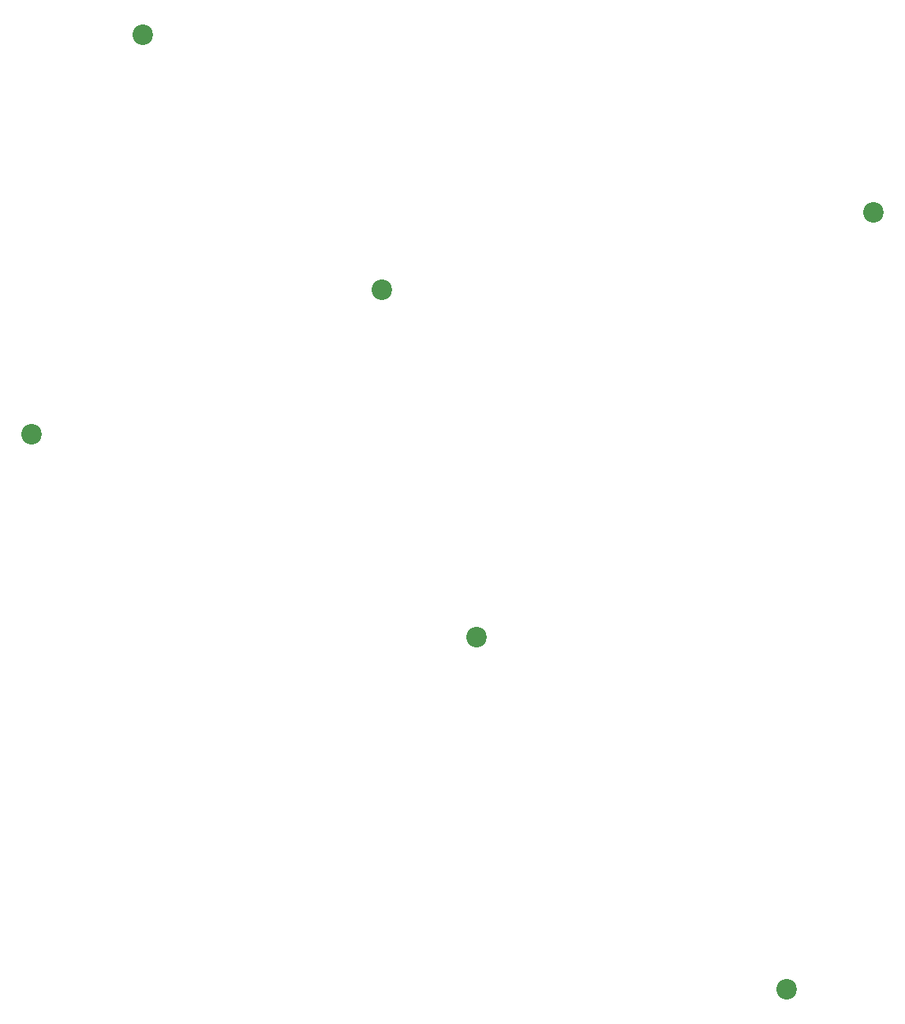
<source format=gbr>
G04 #@! TF.GenerationSoftware,KiCad,Pcbnew,(6.0.7)*
G04 #@! TF.CreationDate,2023-01-10T20:32:19-06:00*
G04 #@! TF.ProjectId,voxcertus-plate,766f7863-6572-4747-9573-2d706c617465,1.7*
G04 #@! TF.SameCoordinates,Original*
G04 #@! TF.FileFunction,Soldermask,Top*
G04 #@! TF.FilePolarity,Negative*
%FSLAX46Y46*%
G04 Gerber Fmt 4.6, Leading zero omitted, Abs format (unit mm)*
G04 Created by KiCad (PCBNEW (6.0.7)) date 2023-01-10 20:32:19*
%MOMM*%
%LPD*%
G01*
G04 APERTURE LIST*
%ADD10C,2.200000*%
G04 APERTURE END LIST*
D10*
X112452040Y-68402353D03*
X74867240Y-83939153D03*
X155897240Y-143431953D03*
X122567240Y-105701953D03*
X86747240Y-41071953D03*
X165207840Y-60071153D03*
M02*

</source>
